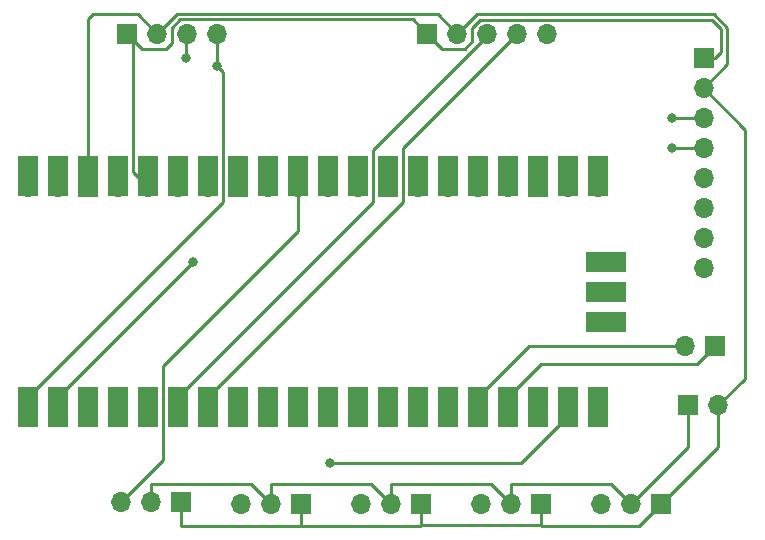
<source format=gbr>
%TF.GenerationSoftware,KiCad,Pcbnew,(6.0.7)*%
%TF.CreationDate,2022-08-29T22:08:19-04:00*%
%TF.ProjectId,PicoPilot,5069636f-5069-46c6-9f74-2e6b69636164,rev?*%
%TF.SameCoordinates,Original*%
%TF.FileFunction,Copper,L1,Top*%
%TF.FilePolarity,Positive*%
%FSLAX46Y46*%
G04 Gerber Fmt 4.6, Leading zero omitted, Abs format (unit mm)*
G04 Created by KiCad (PCBNEW (6.0.7)) date 2022-08-29 22:08:19*
%MOMM*%
%LPD*%
G01*
G04 APERTURE LIST*
%TA.AperFunction,ComponentPad*%
%ADD10R,1.700000X1.700000*%
%TD*%
%TA.AperFunction,ComponentPad*%
%ADD11O,1.700000X1.700000*%
%TD*%
%TA.AperFunction,SMDPad,CuDef*%
%ADD12R,1.700000X3.500000*%
%TD*%
%TA.AperFunction,SMDPad,CuDef*%
%ADD13R,3.500000X1.700000*%
%TD*%
%TA.AperFunction,ViaPad*%
%ADD14C,0.800000*%
%TD*%
%TA.AperFunction,Conductor*%
%ADD15C,0.250000*%
%TD*%
G04 APERTURE END LIST*
D10*
%TO.P,J7,1,Pin_1*%
%TO.N,3v3*%
X163093000Y-107208000D03*
D11*
%TO.P,J7,2,Pin_2*%
%TO.N,GND*%
X163093000Y-109748000D03*
%TO.P,J7,3,Pin_3*%
%TO.N,SDC*%
X163093000Y-112288000D03*
%TO.P,J7,4,Pin_4*%
%TO.N,SDA*%
X163093000Y-114828000D03*
%TO.P,J7,5,Pin_5*%
%TO.N,unconnected-(J7-Pad5)*%
X163093000Y-117368000D03*
%TO.P,J7,6,Pin_6*%
%TO.N,unconnected-(J7-Pad6)*%
X163093000Y-119908000D03*
%TO.P,J7,7,Pin_7*%
%TO.N,unconnected-(J7-Pad7)*%
X163093000Y-122448000D03*
%TO.P,J7,8*%
%TO.N,N/C*%
X163093000Y-124988000D03*
%TD*%
%TO.P,U1,1,GPIO0*%
%TO.N,SDA*%
X105918000Y-135890000D03*
D12*
X105918000Y-136790000D03*
D11*
%TO.P,U1,2,GPIO1*%
%TO.N,SDC*%
X108458000Y-135890000D03*
D12*
X108458000Y-136790000D03*
%TO.P,U1,3,GND*%
%TO.N,unconnected-(U1-Pad3)*%
X110998000Y-136790000D03*
D10*
X110998000Y-135890000D03*
D12*
%TO.P,U1,4,GPIO2*%
%TO.N,unconnected-(U1-Pad4)*%
X113538000Y-136790000D03*
D11*
X113538000Y-135890000D03*
%TO.P,U1,5,GPIO3*%
%TO.N,unconnected-(U1-Pad5)*%
X116078000Y-135890000D03*
D12*
X116078000Y-136790000D03*
%TO.P,U1,6,GPIO4*%
%TO.N,UART1 TX*%
X118618000Y-136790000D03*
D11*
X118618000Y-135890000D03*
%TO.P,U1,7,GPIO5*%
%TO.N,UART1 RX*%
X121158000Y-135890000D03*
D12*
X121158000Y-136790000D03*
D10*
%TO.P,U1,8,GND*%
%TO.N,unconnected-(U1-Pad8)*%
X123698000Y-135890000D03*
D12*
X123698000Y-136790000D03*
D11*
%TO.P,U1,9,GPIO6*%
%TO.N,PWM1*%
X126238000Y-135890000D03*
D12*
X126238000Y-136790000D03*
%TO.P,U1,10,GPIO7*%
%TO.N,unconnected-(U1-Pad10)*%
X128778000Y-136790000D03*
D11*
X128778000Y-135890000D03*
%TO.P,U1,11,GPIO8*%
%TO.N,PWM2*%
X131318000Y-135890000D03*
D12*
X131318000Y-136790000D03*
%TO.P,U1,12,GPIO9*%
%TO.N,unconnected-(U1-Pad12)*%
X133858000Y-136790000D03*
D11*
X133858000Y-135890000D03*
D12*
%TO.P,U1,13,GND*%
%TO.N,unconnected-(U1-Pad13)*%
X136398000Y-136790000D03*
D10*
X136398000Y-135890000D03*
D11*
%TO.P,U1,14,GPIO10*%
%TO.N,PWM3*%
X138938000Y-135890000D03*
D12*
X138938000Y-136790000D03*
D11*
%TO.P,U1,15,GPIO11*%
%TO.N,unconnected-(U1-Pad15)*%
X141478000Y-135890000D03*
D12*
X141478000Y-136790000D03*
D11*
%TO.P,U1,16,GPIO12*%
%TO.N,UART0 TX*%
X144018000Y-135890000D03*
D12*
X144018000Y-136790000D03*
%TO.P,U1,17,GPIO13*%
%TO.N,UART0 RX*%
X146558000Y-136790000D03*
D11*
X146558000Y-135890000D03*
D10*
%TO.P,U1,18,GND*%
%TO.N,unconnected-(U1-Pad18)*%
X149098000Y-135890000D03*
D12*
X149098000Y-136790000D03*
%TO.P,U1,19,GPIO14*%
%TO.N,PWM4*%
X151638000Y-136790000D03*
D11*
X151638000Y-135890000D03*
%TO.P,U1,20,GPIO15*%
%TO.N,unconnected-(U1-Pad20)*%
X154178000Y-135890000D03*
D12*
X154178000Y-136790000D03*
D11*
%TO.P,U1,21,GPIO16*%
%TO.N,unconnected-(U1-Pad21)*%
X154178000Y-118110000D03*
D12*
X154178000Y-117210000D03*
D11*
%TO.P,U1,22,GPIO17*%
%TO.N,unconnected-(U1-Pad22)*%
X151638000Y-118110000D03*
D12*
X151638000Y-117210000D03*
%TO.P,U1,23,GND*%
%TO.N,unconnected-(U1-Pad23)*%
X149098000Y-117210000D03*
D10*
X149098000Y-118110000D03*
D12*
%TO.P,U1,24,GPIO18*%
%TO.N,unconnected-(U1-Pad24)*%
X146558000Y-117210000D03*
D11*
X146558000Y-118110000D03*
D12*
%TO.P,U1,25,GPIO19*%
%TO.N,unconnected-(U1-Pad25)*%
X144018000Y-117210000D03*
D11*
X144018000Y-118110000D03*
D12*
%TO.P,U1,26,GPIO20*%
%TO.N,unconnected-(U1-Pad26)*%
X141478000Y-117210000D03*
D11*
X141478000Y-118110000D03*
%TO.P,U1,27,GPIO21*%
%TO.N,unconnected-(U1-Pad27)*%
X138938000Y-118110000D03*
D12*
X138938000Y-117210000D03*
D10*
%TO.P,U1,28,GND*%
%TO.N,unconnected-(U1-Pad28)*%
X136398000Y-118110000D03*
D12*
X136398000Y-117210000D03*
D11*
%TO.P,U1,29,GPIO22*%
%TO.N,unconnected-(U1-Pad29)*%
X133858000Y-118110000D03*
D12*
X133858000Y-117210000D03*
%TO.P,U1,30,RUN*%
%TO.N,unconnected-(U1-Pad30)*%
X131318000Y-117210000D03*
D11*
X131318000Y-118110000D03*
D12*
%TO.P,U1,31,GPIO26_ADC0*%
%TO.N,PWM5*%
X128778000Y-117210000D03*
D11*
X128778000Y-118110000D03*
D12*
%TO.P,U1,32,GPIO27_ADC1*%
%TO.N,unconnected-(U1-Pad32)*%
X126238000Y-117210000D03*
D11*
X126238000Y-118110000D03*
D12*
%TO.P,U1,33,AGND*%
%TO.N,unconnected-(U1-Pad33)*%
X123698000Y-117210000D03*
D10*
X123698000Y-118110000D03*
D12*
%TO.P,U1,34,GPIO28_ADC2*%
%TO.N,unconnected-(U1-Pad34)*%
X121158000Y-117210000D03*
D11*
X121158000Y-118110000D03*
D12*
%TO.P,U1,35,ADC_VREF*%
%TO.N,unconnected-(U1-Pad35)*%
X118618000Y-117210000D03*
D11*
X118618000Y-118110000D03*
%TO.P,U1,36,3V3*%
%TO.N,3v3*%
X116078000Y-118110000D03*
D12*
X116078000Y-117210000D03*
%TO.P,U1,37,3V3_EN*%
%TO.N,unconnected-(U1-Pad37)*%
X113538000Y-117210000D03*
D11*
X113538000Y-118110000D03*
D12*
%TO.P,U1,38,GND*%
%TO.N,GND*%
X110998000Y-117210000D03*
D10*
X110998000Y-118110000D03*
D11*
%TO.P,U1,39,VSYS*%
%TO.N,unconnected-(U1-Pad39)*%
X108458000Y-118110000D03*
D12*
X108458000Y-117210000D03*
D11*
%TO.P,U1,40,VBUS*%
%TO.N,unconnected-(U1-Pad40)*%
X105918000Y-118110000D03*
D12*
X105918000Y-117210000D03*
D13*
%TO.P,U1,41,SWCLK*%
%TO.N,unconnected-(U1-Pad41)*%
X154848000Y-129540000D03*
D11*
X153948000Y-129540000D03*
D13*
%TO.P,U1,42,GND*%
%TO.N,unconnected-(U1-Pad42)*%
X154848000Y-127000000D03*
D10*
X153948000Y-127000000D03*
D11*
%TO.P,U1,43,SWDIO*%
%TO.N,unconnected-(U1-Pad43)*%
X153948000Y-124460000D03*
D13*
X154848000Y-124460000D03*
%TD*%
D11*
%TO.P,P4,3,Pin_3*%
%TO.N,PWM4*%
X123937000Y-144977000D03*
%TO.P,P4,2,Pin_2*%
%TO.N,5v5*%
X126477000Y-144977000D03*
D10*
%TO.P,P4,1,Pin_1*%
%TO.N,GND*%
X129017000Y-144977000D03*
%TD*%
%TO.P,J4,1,Pin_1*%
%TO.N,3v3*%
X114300000Y-105156000D03*
D11*
%TO.P,J4,2,Pin_2*%
%TO.N,GND*%
X116840000Y-105156000D03*
%TO.P,J4,3,Pin_3*%
%TO.N,SDC*%
X119380000Y-105156000D03*
%TO.P,J4,4,Pin_4*%
%TO.N,SDA*%
X121920000Y-105156000D03*
%TD*%
%TO.P,J2,2,Pin_2*%
%TO.N,UART0 TX*%
X161544000Y-131572000D03*
D10*
%TO.P,J2,1,Pin_1*%
%TO.N,UART0 RX*%
X164084000Y-131572000D03*
%TD*%
%TO.P,P5,1,Pin_1*%
%TO.N,GND*%
X118872000Y-144780000D03*
D11*
%TO.P,P5,2,Pin_2*%
%TO.N,5v5*%
X116332000Y-144780000D03*
%TO.P,P5,3,Pin_3*%
%TO.N,PWM5*%
X113792000Y-144780000D03*
%TD*%
%TO.P,P1,3,Pin_3*%
%TO.N,PWM1*%
X154417000Y-144977000D03*
%TO.P,P1,2,Pin_2*%
%TO.N,5v5*%
X156957000Y-144977000D03*
D10*
%TO.P,P1,1,Pin_1*%
%TO.N,GND*%
X159497000Y-144977000D03*
%TD*%
%TO.P,P2,1,Pin_1*%
%TO.N,GND*%
X149337000Y-144977000D03*
D11*
%TO.P,P2,2,Pin_2*%
%TO.N,5v5*%
X146797000Y-144977000D03*
%TO.P,P2,3,Pin_3*%
%TO.N,PWM2*%
X144257000Y-144977000D03*
%TD*%
%TO.P,P6,2,Pin_2*%
%TO.N,GND*%
X164358000Y-136627000D03*
D10*
%TO.P,P6,1,Pin_1*%
%TO.N,5v5*%
X161818000Y-136627000D03*
%TD*%
%TO.P,P3,1,Pin_1*%
%TO.N,GND*%
X139177000Y-144977000D03*
D11*
%TO.P,P3,2,Pin_2*%
%TO.N,5v5*%
X136637000Y-144977000D03*
%TO.P,P3,3,Pin_3*%
%TO.N,PWM3*%
X134097000Y-144977000D03*
%TD*%
D10*
%TO.P,J5,1,Pin_1*%
%TO.N,3v3*%
X139700000Y-105156000D03*
D11*
%TO.P,J5,2,Pin_2*%
%TO.N,GND*%
X142240000Y-105156000D03*
%TO.P,J5,3,Pin_3*%
%TO.N,UART1 TX*%
X144780000Y-105156000D03*
%TO.P,J5,4,Pin_4*%
%TO.N,UART1 RX*%
X147320000Y-105156000D03*
%TO.P,J5,5,Pin_5*%
%TO.N,unconnected-(J5-Pad5)*%
X149860000Y-105156000D03*
%TD*%
D14*
%TO.N,PWM4*%
X131445000Y-141478000D03*
%TO.N,SDC*%
X119888000Y-124460000D03*
%TO.N,SDA*%
X121920000Y-107912500D03*
X160401000Y-114808000D03*
%TO.N,SDC*%
X119253000Y-107188000D03*
X160401000Y-112268000D03*
%TD*%
D15*
%TO.N,PWM5*%
X117348000Y-133287000D02*
X128778000Y-121857000D01*
X113792000Y-144780000D02*
X117348000Y-141224000D01*
X128778000Y-121857000D02*
X128778000Y-118110000D01*
X117348000Y-141224000D02*
X117348000Y-133287000D01*
%TO.N,PWM4*%
X147660000Y-141478000D02*
X151638000Y-137500000D01*
X131445000Y-141478000D02*
X147660000Y-141478000D01*
X151638000Y-137500000D02*
X151638000Y-135890000D01*
%TO.N,SDC*%
X119888000Y-124460000D02*
X108458000Y-135890000D01*
%TO.N,SDA*%
X122418136Y-108410636D02*
X121920000Y-107912500D01*
X122418136Y-119389864D02*
X122418136Y-108410636D01*
X105918000Y-135890000D02*
X122418136Y-119389864D01*
X121920000Y-107912500D02*
X121920000Y-105156000D01*
X160421000Y-114828000D02*
X160401000Y-114808000D01*
X163093000Y-114828000D02*
X160421000Y-114828000D01*
%TO.N,SDC*%
X119253000Y-107188000D02*
X119253000Y-105283000D01*
X160421000Y-112288000D02*
X160401000Y-112268000D01*
X119253000Y-105283000D02*
X119380000Y-105156000D01*
X163093000Y-112288000D02*
X160421000Y-112288000D01*
%TO.N,UART1 TX*%
X135128000Y-119380000D02*
X118618000Y-135890000D01*
X135128000Y-115040000D02*
X135128000Y-119380000D01*
X144780000Y-105388000D02*
X135128000Y-115040000D01*
X144780000Y-105156000D02*
X144780000Y-105388000D01*
%TO.N,UART1 RX*%
X137668000Y-114808000D02*
X137668000Y-119380000D01*
X137668000Y-119380000D02*
X121158000Y-135890000D01*
X147320000Y-105156000D02*
X137668000Y-114808000D01*
%TO.N,3v3*%
X164064000Y-107208000D02*
X163093000Y-107208000D01*
X164592000Y-106680000D02*
X164064000Y-107208000D01*
X144188443Y-103969557D02*
X163785161Y-103969557D01*
X164592000Y-104776396D02*
X164592000Y-106680000D01*
X143510000Y-104648000D02*
X144188443Y-103969557D01*
X143510000Y-105791000D02*
X143510000Y-104648000D01*
X163785161Y-103969557D02*
X164592000Y-104776396D01*
X142875000Y-106426000D02*
X143510000Y-105791000D01*
X140970000Y-106426000D02*
X142875000Y-106426000D01*
X139700000Y-105156000D02*
X140970000Y-106426000D01*
X138499000Y-103955000D02*
X139700000Y-105156000D01*
X117602000Y-106426000D02*
X118110000Y-105918000D01*
X115570000Y-106426000D02*
X117602000Y-106426000D01*
X118110000Y-104648000D02*
X118803000Y-103955000D01*
X118803000Y-103955000D02*
X138499000Y-103955000D01*
X114300000Y-105156000D02*
X115570000Y-106426000D01*
X118110000Y-105918000D02*
X118110000Y-104648000D01*
%TO.N,GND*%
X110998000Y-103886000D02*
X110998000Y-118110000D01*
X111379000Y-103505000D02*
X110998000Y-103886000D01*
X115189000Y-103505000D02*
X111379000Y-103505000D01*
X116840000Y-105156000D02*
X115189000Y-103505000D01*
X118491000Y-103505000D02*
X116840000Y-105156000D01*
X140589000Y-103505000D02*
X118491000Y-103505000D01*
X142240000Y-105156000D02*
X140589000Y-103505000D01*
%TO.N,3v3*%
X114808000Y-116840000D02*
X114808000Y-105664000D01*
X116078000Y-118110000D02*
X114808000Y-116840000D01*
X114808000Y-105664000D02*
X114300000Y-105156000D01*
%TO.N,UART0 RX*%
X162560000Y-133096000D02*
X149352000Y-133096000D01*
X164084000Y-131572000D02*
X162560000Y-133096000D01*
X149352000Y-133096000D02*
X146558000Y-135890000D01*
%TO.N,UART0 TX*%
X148336000Y-131572000D02*
X144018000Y-135890000D01*
X161544000Y-131572000D02*
X148336000Y-131572000D01*
%TO.N,GND*%
X165100000Y-107741000D02*
X163093000Y-109748000D01*
X163971557Y-103519557D02*
X165100000Y-104648000D01*
X143876443Y-103519557D02*
X163971557Y-103519557D01*
X165100000Y-104648000D02*
X165100000Y-107741000D01*
X142240000Y-105156000D02*
X143876443Y-103519557D01*
X166624000Y-134361000D02*
X164358000Y-136627000D01*
X166624000Y-113279000D02*
X166624000Y-134361000D01*
X163093000Y-109748000D02*
X166624000Y-113279000D01*
X118872000Y-146812000D02*
X118872000Y-144780000D01*
X129002000Y-146812000D02*
X118872000Y-146812000D01*
X129017000Y-146797000D02*
X129002000Y-146812000D01*
X129032000Y-146812000D02*
X129017000Y-146797000D01*
X139162000Y-146812000D02*
X129032000Y-146812000D01*
X139177000Y-146797000D02*
X139162000Y-146812000D01*
X129017000Y-146797000D02*
X129017000Y-144977000D01*
X139177000Y-146797000D02*
X139177000Y-144977000D01*
X139192000Y-146812000D02*
X139177000Y-146797000D01*
X139207000Y-146797000D02*
X139192000Y-146812000D01*
X149337000Y-146797000D02*
X139207000Y-146797000D01*
X149337000Y-146797000D02*
X149337000Y-144977000D01*
X149352000Y-146812000D02*
X149337000Y-146797000D01*
X157662000Y-146812000D02*
X149352000Y-146812000D01*
X159497000Y-144977000D02*
X157662000Y-146812000D01*
%TO.N,5v5*%
X124756000Y-143256000D02*
X116332000Y-143256000D01*
X116332000Y-143256000D02*
X116332000Y-144780000D01*
X126477000Y-144977000D02*
X124756000Y-143256000D01*
X126492000Y-143256000D02*
X126477000Y-143271000D01*
X134916000Y-143256000D02*
X126492000Y-143256000D01*
X126477000Y-143271000D02*
X126477000Y-144977000D01*
X136637000Y-144977000D02*
X134916000Y-143256000D01*
X136637000Y-143271000D02*
X136637000Y-144977000D01*
X136652000Y-143256000D02*
X136637000Y-143271000D01*
X145076000Y-143256000D02*
X136652000Y-143256000D01*
X146797000Y-144977000D02*
X145076000Y-143256000D01*
X146812000Y-143256000D02*
X146797000Y-143271000D01*
X155236000Y-143256000D02*
X146812000Y-143256000D01*
X146797000Y-143271000D02*
X146797000Y-144977000D01*
X156957000Y-144977000D02*
X155236000Y-143256000D01*
X161818000Y-136627000D02*
X161818000Y-140116000D01*
X161818000Y-140116000D02*
X156957000Y-144977000D01*
%TO.N,GND*%
X164358000Y-140116000D02*
X159497000Y-144977000D01*
X164358000Y-136627000D02*
X164358000Y-140116000D01*
%TO.N,5v5*%
X157480000Y-145500000D02*
X157465000Y-145485000D01*
%TO.N,GND*%
X119380000Y-145500000D02*
X119365000Y-145485000D01*
%TD*%
M02*

</source>
